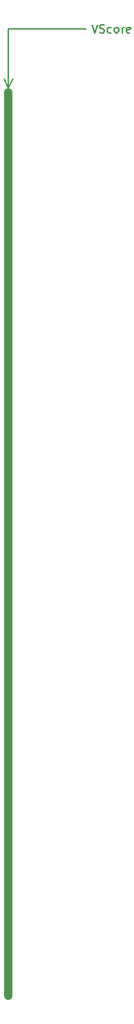
<source format=gbr>
G04 #@! TF.GenerationSoftware,KiCad,Pcbnew,8.0.2-1*
G04 #@! TF.CreationDate,2024-06-17T09:13:27+02:00*
G04 #@! TF.ProjectId,XOF,584f462e-6b69-4636-9164-5f7063625858,rev?*
G04 #@! TF.SameCoordinates,Original*
G04 #@! TF.FileFunction,Other,User*
%FSLAX46Y46*%
G04 Gerber Fmt 4.6, Leading zero omitted, Abs format (unit mm)*
G04 Created by KiCad (PCBNEW 8.0.2-1) date 2024-06-17 09:13:27*
%MOMM*%
%LPD*%
G01*
G04 APERTURE LIST*
%ADD10C,1.000000*%
%ADD11C,0.150000*%
G04 APERTURE END LIST*
D10*
X90500000Y-50000000D02*
X90500000Y-161000000D01*
D11*
X100771428Y-41704819D02*
X101104761Y-42704819D01*
X101104761Y-42704819D02*
X101438094Y-41704819D01*
X101723809Y-42657200D02*
X101866666Y-42704819D01*
X101866666Y-42704819D02*
X102104761Y-42704819D01*
X102104761Y-42704819D02*
X102199999Y-42657200D01*
X102199999Y-42657200D02*
X102247618Y-42609580D01*
X102247618Y-42609580D02*
X102295237Y-42514342D01*
X102295237Y-42514342D02*
X102295237Y-42419104D01*
X102295237Y-42419104D02*
X102247618Y-42323866D01*
X102247618Y-42323866D02*
X102199999Y-42276247D01*
X102199999Y-42276247D02*
X102104761Y-42228628D01*
X102104761Y-42228628D02*
X101914285Y-42181009D01*
X101914285Y-42181009D02*
X101819047Y-42133390D01*
X101819047Y-42133390D02*
X101771428Y-42085771D01*
X101771428Y-42085771D02*
X101723809Y-41990533D01*
X101723809Y-41990533D02*
X101723809Y-41895295D01*
X101723809Y-41895295D02*
X101771428Y-41800057D01*
X101771428Y-41800057D02*
X101819047Y-41752438D01*
X101819047Y-41752438D02*
X101914285Y-41704819D01*
X101914285Y-41704819D02*
X102152380Y-41704819D01*
X102152380Y-41704819D02*
X102295237Y-41752438D01*
X103152380Y-42657200D02*
X103057142Y-42704819D01*
X103057142Y-42704819D02*
X102866666Y-42704819D01*
X102866666Y-42704819D02*
X102771428Y-42657200D01*
X102771428Y-42657200D02*
X102723809Y-42609580D01*
X102723809Y-42609580D02*
X102676190Y-42514342D01*
X102676190Y-42514342D02*
X102676190Y-42228628D01*
X102676190Y-42228628D02*
X102723809Y-42133390D01*
X102723809Y-42133390D02*
X102771428Y-42085771D01*
X102771428Y-42085771D02*
X102866666Y-42038152D01*
X102866666Y-42038152D02*
X103057142Y-42038152D01*
X103057142Y-42038152D02*
X103152380Y-42085771D01*
X103723809Y-42704819D02*
X103628571Y-42657200D01*
X103628571Y-42657200D02*
X103580952Y-42609580D01*
X103580952Y-42609580D02*
X103533333Y-42514342D01*
X103533333Y-42514342D02*
X103533333Y-42228628D01*
X103533333Y-42228628D02*
X103580952Y-42133390D01*
X103580952Y-42133390D02*
X103628571Y-42085771D01*
X103628571Y-42085771D02*
X103723809Y-42038152D01*
X103723809Y-42038152D02*
X103866666Y-42038152D01*
X103866666Y-42038152D02*
X103961904Y-42085771D01*
X103961904Y-42085771D02*
X104009523Y-42133390D01*
X104009523Y-42133390D02*
X104057142Y-42228628D01*
X104057142Y-42228628D02*
X104057142Y-42514342D01*
X104057142Y-42514342D02*
X104009523Y-42609580D01*
X104009523Y-42609580D02*
X103961904Y-42657200D01*
X103961904Y-42657200D02*
X103866666Y-42704819D01*
X103866666Y-42704819D02*
X103723809Y-42704819D01*
X104485714Y-42704819D02*
X104485714Y-42038152D01*
X104485714Y-42228628D02*
X104533333Y-42133390D01*
X104533333Y-42133390D02*
X104580952Y-42085771D01*
X104580952Y-42085771D02*
X104676190Y-42038152D01*
X104676190Y-42038152D02*
X104771428Y-42038152D01*
X105485714Y-42657200D02*
X105390476Y-42704819D01*
X105390476Y-42704819D02*
X105200000Y-42704819D01*
X105200000Y-42704819D02*
X105104762Y-42657200D01*
X105104762Y-42657200D02*
X105057143Y-42561961D01*
X105057143Y-42561961D02*
X105057143Y-42181009D01*
X105057143Y-42181009D02*
X105104762Y-42085771D01*
X105104762Y-42085771D02*
X105200000Y-42038152D01*
X105200000Y-42038152D02*
X105390476Y-42038152D01*
X105390476Y-42038152D02*
X105485714Y-42085771D01*
X105485714Y-42085771D02*
X105533333Y-42181009D01*
X105533333Y-42181009D02*
X105533333Y-42276247D01*
X105533333Y-42276247D02*
X105057143Y-42371485D01*
X90500000Y-49500000D02*
X90500000Y-42250000D01*
X90500000Y-49500000D02*
X89913579Y-48373496D01*
X90500000Y-49500000D02*
X91086421Y-48373496D01*
X90500000Y-42250000D02*
X100051190Y-42250000D01*
X90500000Y-49500000D02*
X90500000Y-42250000D01*
X90500000Y-49500000D02*
X89913579Y-48373496D01*
X90500000Y-49500000D02*
X91086421Y-48373496D01*
X90500000Y-42250000D02*
X100051190Y-42250000D01*
M02*

</source>
